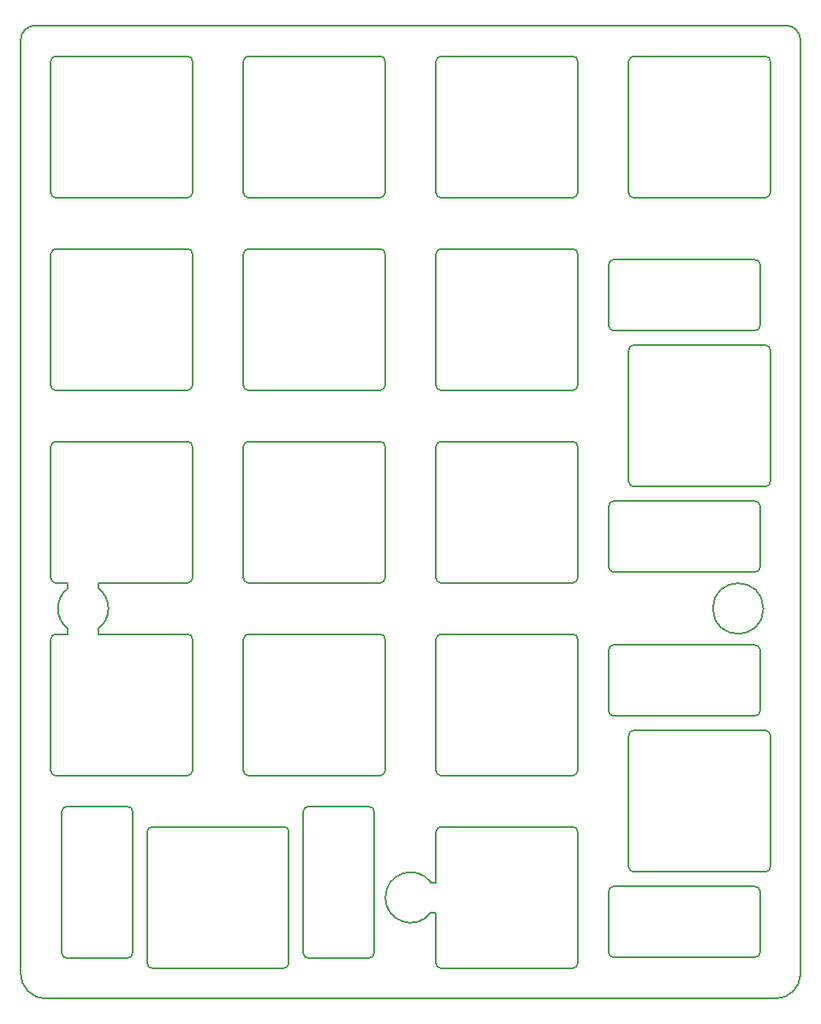
<source format=gbr>
%TF.GenerationSoftware,KiCad,Pcbnew,(6.0.2)*%
%TF.CreationDate,2022-03-24T09:15:57-04:00*%
%TF.ProjectId,RYCpad_plate,52594370-6164-45f7-906c-6174652e6b69,rev?*%
%TF.SameCoordinates,Original*%
%TF.FileFunction,Profile,NP*%
%FSLAX46Y46*%
G04 Gerber Fmt 4.6, Leading zero omitted, Abs format (unit mm)*
G04 Created by KiCad (PCBNEW (6.0.2)) date 2022-03-24 09:15:57*
%MOMM*%
%LPD*%
G01*
G04 APERTURE LIST*
%TA.AperFunction,Profile*%
%ADD10C,0.200000*%
%TD*%
G04 APERTURE END LIST*
D10*
X-16525000Y16025000D02*
X-16525000Y3025000D01*
X16025000Y-2525000D02*
X3025000Y-2525000D01*
X16025000Y2525000D02*
G75*
G03*
X16525000Y3025000I-1J500001D01*
G01*
X-12050000Y-41125000D02*
G75*
G03*
X-12550000Y-40625000I-500001J-1D01*
G01*
X-35575000Y35075000D02*
X-35575000Y22075000D01*
X-21575000Y-22075000D02*
G75*
G03*
X-22075000Y-21575000I-500001J-1D01*
G01*
X-2525000Y-3025000D02*
G75*
G03*
X-3025000Y-2525000I-500001J-1D01*
G01*
X-22075000Y2525000D02*
G75*
G03*
X-21575000Y3025000I-1J500001D01*
G01*
X-10112000Y-53625000D02*
X-4112000Y-53625000D01*
X-34488000Y-39125000D02*
X-34488000Y-53125000D01*
X-2525000Y-35075000D02*
X-2525000Y-22075000D01*
X3025000Y-40625000D02*
G75*
G03*
X2525000Y-41125000I1J-500001D01*
G01*
X-3612000Y-39125000D02*
G75*
G03*
X-4112000Y-38625000I-500001J-1D01*
G01*
X2525000Y-41125000D02*
X2525000Y-46125000D01*
X16025000Y35575000D02*
X3025000Y35575000D01*
X-30885000Y-21575000D02*
X-30885000Y-21050000D01*
X-38575000Y-55124850D02*
G75*
G03*
X-36075000Y-57624850I2500000J0D01*
G01*
X20075000Y15438000D02*
G75*
G03*
X19575000Y14938000I1J-500001D01*
G01*
X-30885000Y-16525000D02*
X-22075000Y-16525000D01*
X20075000Y-29662000D02*
X34075000Y-29662000D01*
X-4112000Y-38625000D02*
X-10112000Y-38625000D01*
X16025000Y-35575000D02*
G75*
G03*
X16525000Y-35075000I-1J500001D01*
G01*
X16025000Y-16525000D02*
G75*
G03*
X16525000Y-16025000I-1J500001D01*
G01*
X21575000Y-44600000D02*
G75*
G03*
X22075000Y-45100000I500001J1D01*
G01*
X34075000Y-29662000D02*
G75*
G03*
X34575000Y-29162000I-1J500001D01*
G01*
X-3025000Y35575000D02*
X-16025000Y35575000D01*
X35575000Y6500000D02*
G75*
G03*
X35075000Y7000000I-500001J-1D01*
G01*
X2525000Y22075000D02*
G75*
G03*
X3025000Y21575000I500001J1D01*
G01*
X16025000Y16525000D02*
X3025000Y16525000D01*
X2525000Y-54125000D02*
G75*
G03*
X3025000Y-54625000I500001J1D01*
G01*
X34575000Y-14938000D02*
X34575000Y-8938000D01*
X-22075000Y-21575000D02*
X-30885000Y-21575000D01*
X34575000Y-29162000D02*
X34575000Y-23162000D01*
X-35075000Y16525000D02*
G75*
G03*
X-35575000Y16025000I1J-500001D01*
G01*
X-12550000Y-40625000D02*
X-25550000Y-40625000D01*
X35075000Y7000000D02*
X22075000Y7000000D01*
X34075000Y-15438000D02*
G75*
G03*
X34575000Y-14938000I-1J500001D01*
G01*
X34075000Y-53538000D02*
G75*
G03*
X34575000Y-53038000I-1J500001D01*
G01*
X16525000Y-41125000D02*
G75*
G03*
X16025000Y-40625000I-500001J-1D01*
G01*
X-35075000Y21575000D02*
X-22075000Y21575000D01*
X-35075000Y35575000D02*
G75*
G03*
X-35575000Y35075000I1J-500001D01*
G01*
X-10112000Y-38625000D02*
G75*
G03*
X-10612000Y-39125000I1J-500001D01*
G01*
X22075000Y35575000D02*
G75*
G03*
X21575000Y35075000I1J-500001D01*
G01*
X35075000Y-45100000D02*
G75*
G03*
X35575000Y-44600000I-1J500001D01*
G01*
X2525000Y16025000D02*
X2525000Y3025000D01*
X35075000Y21575000D02*
G75*
G03*
X35575000Y22075000I-1J500001D01*
G01*
X-33988000Y-53625000D02*
X-27988000Y-53625000D01*
X37075000Y38625150D02*
X-37075000Y38625150D01*
X-30885000Y-21050000D02*
G75*
G03*
X-30885000Y-17050000I-1500000J2000000D01*
G01*
X-26050000Y-54125000D02*
G75*
G03*
X-25550000Y-54625000I500001J1D01*
G01*
X16525000Y-54125000D02*
X16525000Y-41125000D01*
X3025000Y16525000D02*
G75*
G03*
X2525000Y16025000I1J-500001D01*
G01*
X3025000Y21575000D02*
X16025000Y21575000D01*
X22075000Y7000000D02*
G75*
G03*
X21575000Y6500000I1J-500001D01*
G01*
X19575000Y8938000D02*
G75*
G03*
X20075000Y8438000I500001J1D01*
G01*
X-33885000Y-21575000D02*
X-35075000Y-21575000D01*
X16025000Y-54625000D02*
G75*
G03*
X16525000Y-54125000I-1J500001D01*
G01*
X-16025000Y35575000D02*
G75*
G03*
X-16525000Y35075000I1J-500001D01*
G01*
X35075000Y-7000000D02*
G75*
G03*
X35575000Y-6500000I-1J500001D01*
G01*
X-10612000Y-53125000D02*
G75*
G03*
X-10112000Y-53625000I500001J1D01*
G01*
X34075000Y8438000D02*
G75*
G03*
X34575000Y8938000I-1J500001D01*
G01*
X-3025000Y-2525000D02*
X-16025000Y-2525000D01*
X-21575000Y3025000D02*
X-21575000Y16025000D01*
X-21575000Y22075000D02*
X-21575000Y35075000D01*
X16525000Y-3025000D02*
G75*
G03*
X16025000Y-2525000I-500001J-1D01*
G01*
X-2525000Y-16025000D02*
X-2525000Y-3025000D01*
X22075000Y-45100000D02*
X35075000Y-45100000D01*
X-35575000Y3025000D02*
G75*
G03*
X-35075000Y2525000I500001J1D01*
G01*
X19575000Y-53038000D02*
G75*
G03*
X20075000Y-53538000I500001J1D01*
G01*
X38575000Y37125150D02*
G75*
G03*
X37075000Y38625150I-1500001J-1D01*
G01*
X34075000Y-22662000D02*
X20075000Y-22662000D01*
X20075000Y-53538000D02*
X34075000Y-53538000D01*
X2525000Y-3025000D02*
X2525000Y-16025000D01*
X-16025000Y16525000D02*
G75*
G03*
X-16525000Y16025000I1J-500001D01*
G01*
X-27488000Y-39125000D02*
G75*
G03*
X-27988000Y-38625000I-500001J-1D01*
G01*
X-22075000Y-35575000D02*
G75*
G03*
X-21575000Y-35075000I-1J500001D01*
G01*
X-2525000Y16025000D02*
G75*
G03*
X-3025000Y16525000I-500001J-1D01*
G01*
X22075000Y21575000D02*
X35075000Y21575000D01*
X3025000Y-54625000D02*
X16025000Y-54625000D01*
X21575000Y-6500000D02*
G75*
G03*
X22075000Y-7000000I500001J1D01*
G01*
X2525000Y-22075000D02*
X2525000Y-35075000D01*
X35075000Y35575000D02*
X22075000Y35575000D01*
X-16025000Y21575000D02*
X-3025000Y21575000D01*
X-25550000Y-54625000D02*
X-12550000Y-54625000D01*
X-27488000Y-53125000D02*
X-27488000Y-39125000D01*
X36075000Y-57624850D02*
G75*
G03*
X38575000Y-55124850I0J2500000D01*
G01*
X-35075000Y-2525000D02*
G75*
G03*
X-35575000Y-3025000I1J-500001D01*
G01*
X16525000Y16025000D02*
G75*
G03*
X16025000Y16525000I-500001J-1D01*
G01*
X35575000Y-44600000D02*
X35575000Y-31600000D01*
X-16525000Y22075000D02*
G75*
G03*
X-16025000Y21575000I500001J1D01*
G01*
X34575000Y-53038000D02*
X34575000Y-47038000D01*
X-33885000Y-16525000D02*
X-33885000Y-17050000D01*
X19575000Y-23162000D02*
X19575000Y-29162000D01*
X-16525000Y-16025000D02*
G75*
G03*
X-16025000Y-16525000I500001J1D01*
G01*
X-16025000Y-35575000D02*
X-3025000Y-35575000D01*
X-3025000Y-16525000D02*
G75*
G03*
X-2525000Y-16025000I-1J500001D01*
G01*
X21575000Y6500000D02*
X21575000Y-6500000D01*
X3025000Y-35575000D02*
X16025000Y-35575000D01*
X16025000Y-21575000D02*
X3025000Y-21575000D01*
X-2525000Y35075000D02*
G75*
G03*
X-3025000Y35575000I-500001J-1D01*
G01*
X-35575000Y16025000D02*
X-35575000Y3025000D01*
X20075000Y-46538000D02*
G75*
G03*
X19575000Y-47038000I1J-500001D01*
G01*
X34075000Y15438000D02*
X20075000Y15438000D01*
X-16525000Y-22075000D02*
X-16525000Y-35075000D01*
X-3025000Y21575000D02*
G75*
G03*
X-2525000Y22075000I-1J500001D01*
G01*
X20075000Y8438000D02*
X34075000Y8438000D01*
X-35075000Y2525000D02*
X-22075000Y2525000D01*
X2525000Y-46125000D02*
X2000000Y-46125000D01*
X2000000Y-49125000D02*
X2525000Y-49125000D01*
X3025000Y35575000D02*
G75*
G03*
X2525000Y35075000I1J-500001D01*
G01*
X-21575000Y-16025000D02*
X-21575000Y-3025000D01*
X-10612000Y-39125000D02*
X-10612000Y-53125000D01*
X35575000Y35075000D02*
G75*
G03*
X35075000Y35575000I-500001J-1D01*
G01*
X19575000Y-47038000D02*
X19575000Y-53038000D01*
X3025000Y-16525000D02*
X16025000Y-16525000D01*
X-34488000Y-53125000D02*
G75*
G03*
X-33988000Y-53625000I500001J1D01*
G01*
X-16525000Y-35075000D02*
G75*
G03*
X-16025000Y-35575000I500001J1D01*
G01*
X-33885000Y-21050000D02*
X-33885000Y-21575000D01*
X22075000Y-7000000D02*
X35075000Y-7000000D01*
X-21575000Y-35075000D02*
X-21575000Y-22075000D01*
X-12550000Y-54625000D02*
G75*
G03*
X-12050000Y-54125000I-1J500001D01*
G01*
X2525000Y3025000D02*
G75*
G03*
X3025000Y2525000I500001J1D01*
G01*
X19575000Y14938000D02*
X19575000Y8938000D01*
X-35075000Y-16525000D02*
X-33885000Y-16525000D01*
X-2525000Y22075000D02*
X-2525000Y35075000D01*
X16525000Y35075000D02*
G75*
G03*
X16025000Y35575000I-500001J-1D01*
G01*
X-22075000Y21575000D02*
G75*
G03*
X-21575000Y22075000I-1J500001D01*
G01*
X-2525000Y-22075000D02*
G75*
G03*
X-3025000Y-21575000I-500001J-1D01*
G01*
X16525000Y22075000D02*
X16525000Y35075000D01*
X-4112000Y-53625000D02*
G75*
G03*
X-3612000Y-53125000I-1J500001D01*
G01*
X-16025000Y2525000D02*
X-3025000Y2525000D01*
X-38575000Y37125150D02*
X-38575000Y-55124850D01*
X-22075000Y35575000D02*
X-35075000Y35575000D01*
X34075000Y-46538000D02*
X20075000Y-46538000D01*
X-2525000Y3025000D02*
X-2525000Y16025000D01*
X-35575000Y-16025000D02*
G75*
G03*
X-35075000Y-16525000I500001J1D01*
G01*
X-33988000Y-38625000D02*
G75*
G03*
X-34488000Y-39125000I1J-500001D01*
G01*
X-35575000Y-35075000D02*
G75*
G03*
X-35075000Y-35575000I500001J1D01*
G01*
X22075000Y-31100000D02*
G75*
G03*
X21575000Y-31600000I1J-500001D01*
G01*
X-35575000Y22075000D02*
G75*
G03*
X-35075000Y21575000I500001J1D01*
G01*
X-30885000Y-17050000D02*
X-30885000Y-16525000D01*
X35575000Y-6500000D02*
X35575000Y6500000D01*
X16525000Y-16025000D02*
X16525000Y-3025000D01*
X2000000Y-46125000D02*
G75*
G03*
X2000000Y-49125000I-2000000J-1500000D01*
G01*
X-21575000Y35075000D02*
G75*
G03*
X-22075000Y35575000I-500001J-1D01*
G01*
X-25550000Y-40625000D02*
G75*
G03*
X-26050000Y-41125000I1J-500001D01*
G01*
X-3025000Y-35575000D02*
G75*
G03*
X-2525000Y-35075000I-1J500001D01*
G01*
X19575000Y-8938000D02*
X19575000Y-14938000D01*
X16025000Y-40625000D02*
X3025000Y-40625000D01*
X-3025000Y-21575000D02*
X-16025000Y-21575000D01*
X34575000Y-47038000D02*
G75*
G03*
X34075000Y-46538000I-500001J-1D01*
G01*
X35575000Y22075000D02*
X35575000Y35075000D01*
X2525000Y-35075000D02*
G75*
G03*
X3025000Y-35575000I500001J1D01*
G01*
X-3025000Y16525000D02*
X-16025000Y16525000D01*
X-35575000Y-3025000D02*
X-35575000Y-16025000D01*
X34575000Y14938000D02*
G75*
G03*
X34075000Y15438000I-500001J-1D01*
G01*
X20075000Y-22662000D02*
G75*
G03*
X19575000Y-23162000I1J-500001D01*
G01*
X3025000Y2525000D02*
X16025000Y2525000D01*
X16025000Y21575000D02*
G75*
G03*
X16525000Y22075000I-1J500001D01*
G01*
X21575000Y22075000D02*
G75*
G03*
X22075000Y21575000I500001J1D01*
G01*
X-3025000Y2525000D02*
G75*
G03*
X-2525000Y3025000I-1J500001D01*
G01*
X2525000Y35075000D02*
X2525000Y22075000D01*
X-37075000Y38625150D02*
G75*
G03*
X-38575000Y37125150I1J-1500001D01*
G01*
X16525000Y3025000D02*
X16525000Y16025000D01*
X-33885000Y-17050000D02*
G75*
G03*
X-33885000Y-21050000I1500000J-2000000D01*
G01*
X-22075000Y-2525000D02*
X-35075000Y-2525000D01*
X19575000Y-14938000D02*
G75*
G03*
X20075000Y-15438000I500001J1D01*
G01*
X2525000Y-16025000D02*
G75*
G03*
X3025000Y-16525000I500001J1D01*
G01*
X38575000Y-55124850D02*
X38575000Y37125150D01*
X34575000Y-23162000D02*
G75*
G03*
X34075000Y-22662000I-500001J-1D01*
G01*
X-36075000Y-57624850D02*
X36075000Y-57624850D01*
X20075000Y-15438000D02*
X34075000Y-15438000D01*
X-35575000Y-22075000D02*
X-35575000Y-35075000D01*
X-27988000Y-38625000D02*
X-33988000Y-38625000D01*
X3025000Y-2525000D02*
G75*
G03*
X2525000Y-3025000I1J-500001D01*
G01*
X35575000Y-31600000D02*
G75*
G03*
X35075000Y-31100000I-500001J-1D01*
G01*
X-21575000Y16025000D02*
G75*
G03*
X-22075000Y16525000I-500001J-1D01*
G01*
X35075000Y-31100000D02*
X22075000Y-31100000D01*
X-26050000Y-41125000D02*
X-26050000Y-54125000D01*
X-27988000Y-53625000D02*
G75*
G03*
X-27488000Y-53125000I-1J500001D01*
G01*
X-35075000Y-35575000D02*
X-22075000Y-35575000D01*
X-16525000Y-3025000D02*
X-16525000Y-16025000D01*
X21575000Y35075000D02*
X21575000Y22075000D01*
X34575000Y-8938000D02*
G75*
G03*
X34075000Y-8438000I-500001J-1D01*
G01*
X34885000Y-19050000D02*
G75*
G03*
X34885000Y-19050000I-2500000J0D01*
G01*
X20075000Y-8438000D02*
G75*
G03*
X19575000Y-8938000I1J-500001D01*
G01*
X16525000Y-35075000D02*
X16525000Y-22075000D01*
X-16025000Y-16525000D02*
X-3025000Y-16525000D01*
X-21575000Y-3025000D02*
G75*
G03*
X-22075000Y-2525000I-500001J-1D01*
G01*
X34575000Y8938000D02*
X34575000Y14938000D01*
X-35075000Y-21575000D02*
G75*
G03*
X-35575000Y-22075000I1J-500001D01*
G01*
X19575000Y-29162000D02*
G75*
G03*
X20075000Y-29662000I500001J1D01*
G01*
X-12050000Y-54125000D02*
X-12050000Y-41125000D01*
X16525000Y-22075000D02*
G75*
G03*
X16025000Y-21575000I-500001J-1D01*
G01*
X3025000Y-21575000D02*
G75*
G03*
X2525000Y-22075000I1J-500001D01*
G01*
X-16525000Y35075000D02*
X-16525000Y22075000D01*
X34075000Y-8438000D02*
X20075000Y-8438000D01*
X-16025000Y-2525000D02*
G75*
G03*
X-16525000Y-3025000I1J-500001D01*
G01*
X-16525000Y3025000D02*
G75*
G03*
X-16025000Y2525000I500001J1D01*
G01*
X2525000Y-49125000D02*
X2525000Y-54125000D01*
X21575000Y-31600000D02*
X21575000Y-44600000D01*
X-22075000Y16525000D02*
X-35075000Y16525000D01*
X-16025000Y-21575000D02*
G75*
G03*
X-16525000Y-22075000I1J-500001D01*
G01*
X-3612000Y-53125000D02*
X-3612000Y-39125000D01*
X-22075000Y-16525000D02*
G75*
G03*
X-21575000Y-16025000I-1J500001D01*
G01*
M02*

</source>
